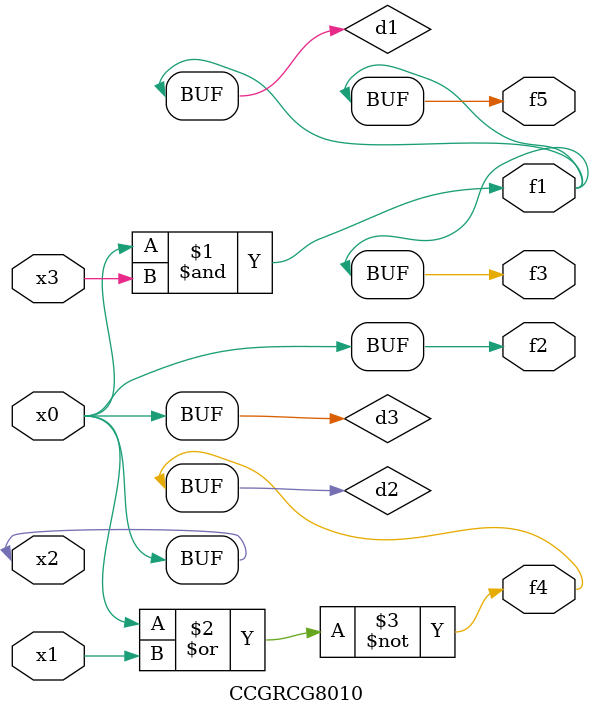
<source format=v>
module CCGRCG8010(
	input x0, x1, x2, x3,
	output f1, f2, f3, f4, f5
);

	wire d1, d2, d3;

	and (d1, x2, x3);
	nor (d2, x0, x1);
	buf (d3, x0, x2);
	assign f1 = d1;
	assign f2 = d3;
	assign f3 = d1;
	assign f4 = d2;
	assign f5 = d1;
endmodule

</source>
